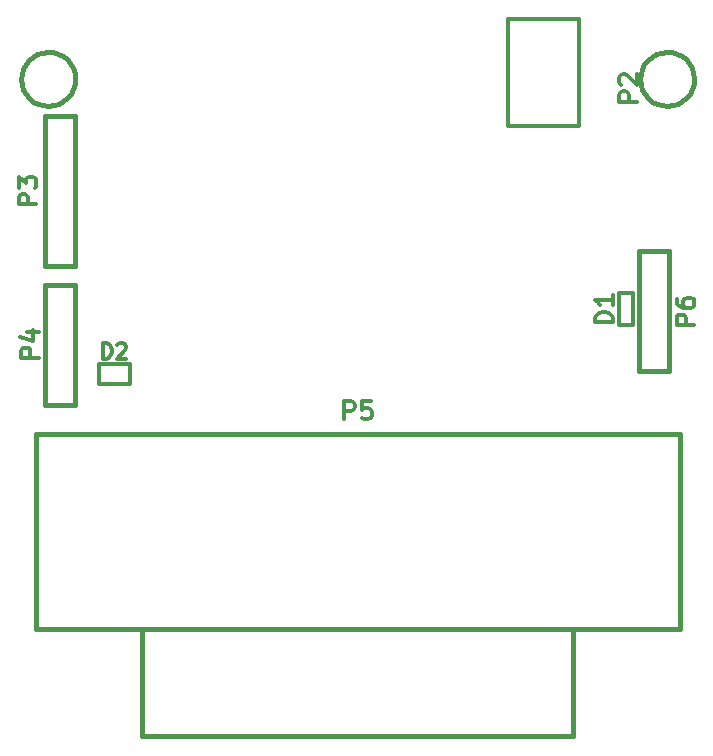
<source format=gto>
G04 (created by PCBNEW-RS274X (2012-07-14 BZR 3647)-testing) date Mon 16 Jul 2012 02:51:49 PM EEST*
%MOIN*%
G04 Gerber Fmt 3.4, Leading zero omitted, Abs format*
%FSLAX34Y34*%
G01*
G70*
G90*
G04 APERTURE LIST*
%ADD10C,0.006*%
%ADD11C,0.015*%
%ADD12C,0.0118*%
%ADD13C,0.012*%
G04 APERTURE END LIST*
G54D10*
G54D11*
X70585Y-58425D02*
X70567Y-58599D01*
X70517Y-58767D01*
X70434Y-58923D01*
X70323Y-59059D01*
X70188Y-59171D01*
X70033Y-59254D01*
X69865Y-59306D01*
X69691Y-59324D01*
X69517Y-59309D01*
X69348Y-59259D01*
X69193Y-59178D01*
X69056Y-59068D01*
X68943Y-58933D01*
X68858Y-58779D01*
X68805Y-58612D01*
X68786Y-58437D01*
X68800Y-58263D01*
X68849Y-58094D01*
X68929Y-57938D01*
X69038Y-57800D01*
X69172Y-57686D01*
X69325Y-57601D01*
X69492Y-57546D01*
X69667Y-57526D01*
X69841Y-57539D01*
X70010Y-57586D01*
X70167Y-57666D01*
X70305Y-57774D01*
X70420Y-57907D01*
X70507Y-58059D01*
X70562Y-58226D01*
X70584Y-58400D01*
X70585Y-58425D01*
X49955Y-58425D02*
X49937Y-58599D01*
X49887Y-58767D01*
X49804Y-58923D01*
X49693Y-59059D01*
X49558Y-59171D01*
X49403Y-59254D01*
X49235Y-59306D01*
X49061Y-59324D01*
X48887Y-59309D01*
X48718Y-59259D01*
X48563Y-59178D01*
X48426Y-59068D01*
X48313Y-58933D01*
X48228Y-58779D01*
X48175Y-58612D01*
X48156Y-58437D01*
X48170Y-58263D01*
X48219Y-58094D01*
X48299Y-57938D01*
X48408Y-57800D01*
X48542Y-57686D01*
X48695Y-57601D01*
X48862Y-57546D01*
X49037Y-57526D01*
X49211Y-57539D01*
X49380Y-57586D01*
X49537Y-57666D01*
X49675Y-57774D01*
X49790Y-57907D01*
X49877Y-58059D01*
X49932Y-58226D01*
X49954Y-58400D01*
X49955Y-58425D01*
G54D12*
X51782Y-68593D02*
X51782Y-67943D01*
X50739Y-67942D02*
X50739Y-68572D01*
X50739Y-68563D02*
X50739Y-68583D01*
X50739Y-68593D02*
X51772Y-68593D01*
X50739Y-67943D02*
X51782Y-67943D01*
G54D11*
X48949Y-59657D02*
X48949Y-64657D01*
X49949Y-59657D02*
X49949Y-64657D01*
X49949Y-64657D02*
X48949Y-64657D01*
X48949Y-59657D02*
X49949Y-59657D01*
G54D12*
X66732Y-56437D02*
X66732Y-59980D01*
X66732Y-59980D02*
X64370Y-59980D01*
X64370Y-59980D02*
X64370Y-56437D01*
X64370Y-56437D02*
X66732Y-56437D01*
G54D11*
X66549Y-76768D02*
X66549Y-80318D01*
X66549Y-80318D02*
X52191Y-80318D01*
X52191Y-80318D02*
X52191Y-76768D01*
X48642Y-76768D02*
X70098Y-76768D01*
X48642Y-70275D02*
X70098Y-70275D01*
X70098Y-70275D02*
X70098Y-76768D01*
X48642Y-70275D02*
X48642Y-76768D01*
X49949Y-69280D02*
X49949Y-65280D01*
X48949Y-69280D02*
X48949Y-65280D01*
X48949Y-65280D02*
X49949Y-65280D01*
X49949Y-69280D02*
X48949Y-69280D01*
X68752Y-64165D02*
X68752Y-68165D01*
X69752Y-64165D02*
X69752Y-68165D01*
X69752Y-68165D02*
X68752Y-68165D01*
X68752Y-64165D02*
X69752Y-64165D01*
G54D12*
X68090Y-66634D02*
X68524Y-66634D01*
X68524Y-66634D02*
X68543Y-66634D01*
X68543Y-66634D02*
X68543Y-65571D01*
X68543Y-65571D02*
X68090Y-65571D01*
X68090Y-65571D02*
X68071Y-65571D01*
X68071Y-65571D02*
X68071Y-66634D01*
X50873Y-67747D02*
X50873Y-67235D01*
X50995Y-67235D01*
X51068Y-67260D01*
X51117Y-67308D01*
X51141Y-67357D01*
X51165Y-67455D01*
X51165Y-67528D01*
X51141Y-67625D01*
X51117Y-67674D01*
X51068Y-67723D01*
X50995Y-67747D01*
X50873Y-67747D01*
X51361Y-67284D02*
X51385Y-67260D01*
X51434Y-67235D01*
X51556Y-67235D01*
X51604Y-67260D01*
X51629Y-67284D01*
X51653Y-67333D01*
X51653Y-67382D01*
X51629Y-67455D01*
X51336Y-67747D01*
X51653Y-67747D01*
X48664Y-62601D02*
X48073Y-62601D01*
X48073Y-62376D01*
X48101Y-62320D01*
X48129Y-62292D01*
X48185Y-62264D01*
X48270Y-62264D01*
X48326Y-62292D01*
X48354Y-62320D01*
X48382Y-62376D01*
X48382Y-62601D01*
X48073Y-62067D02*
X48073Y-61701D01*
X48298Y-61898D01*
X48298Y-61813D01*
X48326Y-61757D01*
X48354Y-61729D01*
X48410Y-61701D01*
X48551Y-61701D01*
X48607Y-61729D01*
X48636Y-61757D01*
X48664Y-61813D01*
X48664Y-61982D01*
X48636Y-62038D01*
X48607Y-62067D01*
G54D13*
X68688Y-59182D02*
X68088Y-59182D01*
X68088Y-58954D01*
X68116Y-58896D01*
X68145Y-58868D01*
X68202Y-58839D01*
X68288Y-58839D01*
X68345Y-58868D01*
X68374Y-58896D01*
X68402Y-58954D01*
X68402Y-59182D01*
X68145Y-58611D02*
X68116Y-58582D01*
X68088Y-58525D01*
X68088Y-58382D01*
X68116Y-58325D01*
X68145Y-58296D01*
X68202Y-58268D01*
X68259Y-58268D01*
X68345Y-58296D01*
X68688Y-58639D01*
X68688Y-58268D01*
X58928Y-69771D02*
X58928Y-69171D01*
X59156Y-69171D01*
X59214Y-69199D01*
X59242Y-69228D01*
X59271Y-69285D01*
X59271Y-69371D01*
X59242Y-69428D01*
X59214Y-69457D01*
X59156Y-69485D01*
X58928Y-69485D01*
X59814Y-69171D02*
X59528Y-69171D01*
X59499Y-69457D01*
X59528Y-69428D01*
X59585Y-69399D01*
X59728Y-69399D01*
X59785Y-69428D01*
X59814Y-69457D01*
X59842Y-69514D01*
X59842Y-69657D01*
X59814Y-69714D01*
X59785Y-69742D01*
X59728Y-69771D01*
X59585Y-69771D01*
X59528Y-69742D01*
X59499Y-69714D01*
G54D12*
X48743Y-67719D02*
X48152Y-67719D01*
X48152Y-67494D01*
X48180Y-67438D01*
X48208Y-67410D01*
X48264Y-67382D01*
X48349Y-67382D01*
X48405Y-67410D01*
X48433Y-67438D01*
X48461Y-67494D01*
X48461Y-67719D01*
X48349Y-66875D02*
X48743Y-66875D01*
X48124Y-67016D02*
X48546Y-67156D01*
X48546Y-66791D01*
X70593Y-66617D02*
X70002Y-66617D01*
X70002Y-66392D01*
X70030Y-66336D01*
X70058Y-66308D01*
X70114Y-66280D01*
X70199Y-66280D01*
X70255Y-66308D01*
X70283Y-66336D01*
X70311Y-66392D01*
X70311Y-66617D01*
X70002Y-65773D02*
X70002Y-65886D01*
X70030Y-65942D01*
X70058Y-65970D01*
X70142Y-66026D01*
X70255Y-66054D01*
X70480Y-66054D01*
X70536Y-66026D01*
X70565Y-65998D01*
X70593Y-65942D01*
X70593Y-65829D01*
X70565Y-65773D01*
X70536Y-65745D01*
X70480Y-65717D01*
X70339Y-65717D01*
X70283Y-65745D01*
X70255Y-65773D01*
X70227Y-65829D01*
X70227Y-65942D01*
X70255Y-65998D01*
X70283Y-66026D01*
X70339Y-66054D01*
X67877Y-66538D02*
X67286Y-66538D01*
X67286Y-66398D01*
X67314Y-66313D01*
X67370Y-66257D01*
X67426Y-66229D01*
X67539Y-66201D01*
X67623Y-66201D01*
X67736Y-66229D01*
X67792Y-66257D01*
X67849Y-66313D01*
X67877Y-66398D01*
X67877Y-66538D01*
X67877Y-65638D02*
X67877Y-65975D01*
X67877Y-65807D02*
X67286Y-65807D01*
X67370Y-65863D01*
X67426Y-65919D01*
X67455Y-65975D01*
M02*

</source>
